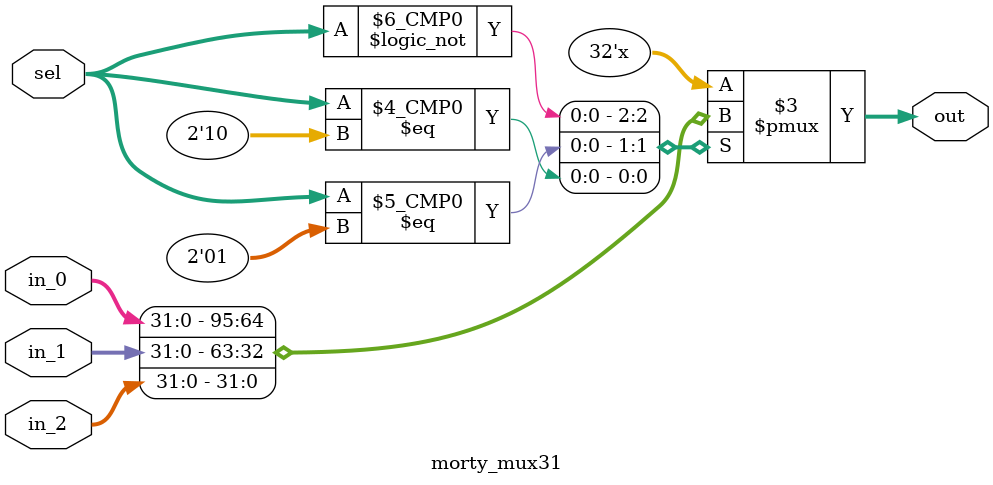
<source format=v>


module morty_mux31 (
		input 	[31:0] in_0,
		input 	[31:0] in_1,
		input   [31:0] in_2,
		input   [ 1:0] 	sel,
		output	reg [31:0] out  ); 

	always @(*) begin
		case(sel)
			2'b0  : out = in_0; 
			2'b1  : out = in_1;
			2'b10 : out = in_2;
		endcase
	end
endmodule
		

</source>
